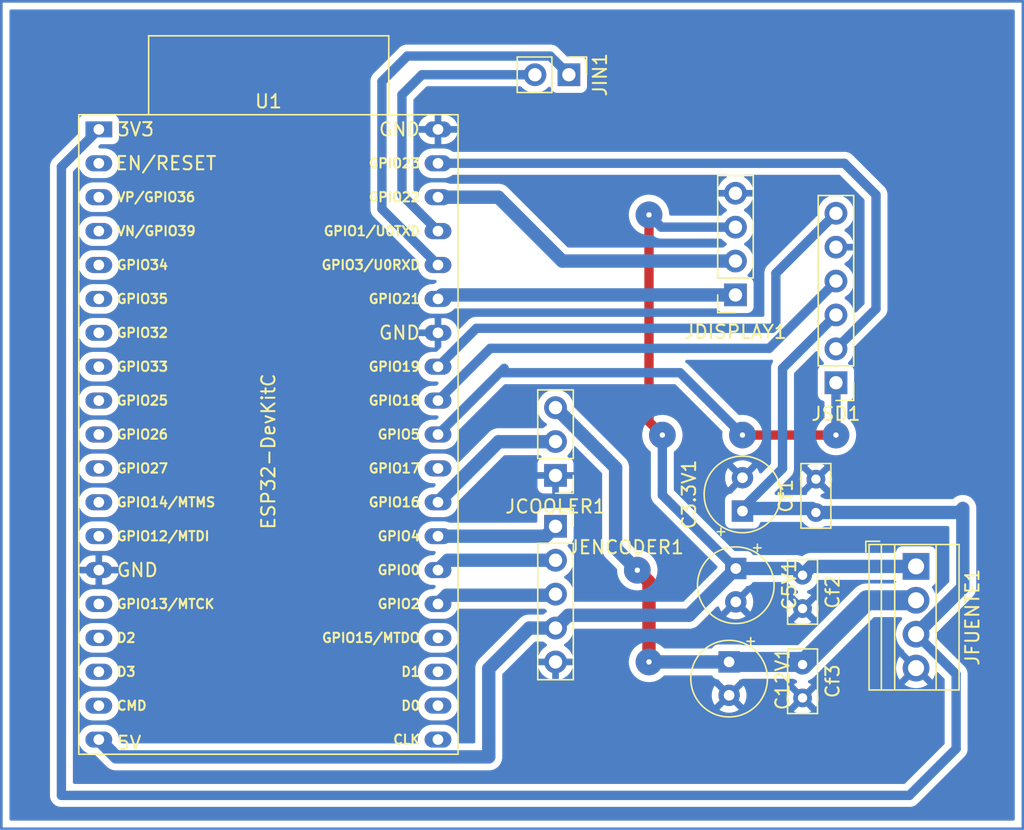
<source format=kicad_pcb>
(kicad_pcb (version 20240108) (generator "pcbnew") (generator_version "8.0")
  (layers (0 "F.Cu" signal) (31 "B.Cu" signal) (34 "B.Paste" user) (35 "F.Paste" user) (36 "B.SilkS" user "B.Silkscreen") (37 "F.SilkS" user "F.Silkscreen") (38 "B.Mask" user) (39 "F.Mask" user) (44 "Edge.Cuts" user))
  (net 0 "")
  (net 1 "GND")
  (net 2 "+5V")
  (net 3 "/SW")
  (net 4 "/OUTB")
  (net 5 "/OUTA")
  (net 6 "/GPIO25")
  (net 7 "/MISO")
  (net 8 "/MOSI")
  (net 9 "+3V3")
  (net 10 "/COOLER")
  (net 11 "/SD3")
  (net 12 "/RX")
  (net 13 "/SD1")
  (net 14 "/CMD")
  (net 15 "/GPIO32")
  (net 16 "/SD2")
  (net 17 "/SVN I{slash}O")
  (net 19 "/GPIO17")
  (net 20 "/SD0")
  (net 21 "/GPIO35 I{slash}O")
  (net 22 "/SCK")
  (net 23 "/GPIO13")
  (net 24 "/SVP I{slash}O")
  (net 25 "/SDCLK")
  (net 26 "/GPIO27")
  (net 27 "/TX")
  (net 28 "/GPIO26")
  (net 29 "/GPIO33")
  (net 30 "/SCL")
  (net 31 "/GPIO15")
  (net 32 "/GPIO34 I{slash}O")
  (net 33 "/GPIO14")
  (net 34 "/GPIO12")
  (net 35 "/SDA")
  (net 36 "/CS")
  (net 37 "+12V")
  (footprint "Capacitor_THT:CP_Radial_Tantal_D5.5mm_P2.50mm" (layer "F.Cu") (at 158.5 56.196369 90)
    (property "Reference" "C3.3V1" (at 1.25 -4 90) (layer "F.SilkS"))
    (property "Value" "10uF")
    (fp_line (start -1.547262 -1.89) (end -1.547262 -1.34) (stroke (width 0.12)) (layer "F.SilkS"))
    (fp_line (start -1.822262 -1.615) (end -1.272262 -1.615) (stroke (width 0.12)) (layer "F.SilkS"))
    (fp_circle (center 1.25 0) (end 4.12 0) (stroke (width 0.12)) (fill none) (layer "F.SilkS"))
    (pad "1" thru_hole rect (at 0 0 90) (size 1.6 1.6) (drill 0.8) (layers "*.Cu" "*.Mask") (net 9 "+3V3"))
    (pad "2" thru_hole circle (at 2.5 0 90) (size 1.6 1.6) (drill 0.8) (layers "*.Cu" "*.Mask") (net 1 "GND"))
  )
  (footprint "Connector_PinSocket_2.54mm:PinSocket_1x04_P2.54mm_Vertical" (layer "F.Cu") (at 157.975 40 180)
    (property "Reference" "JDISPLAY1" (at 0 -2.77 0) (layer "F.SilkS"))
    (property "Value" "Conn_01x04")
    (fp_line (start 1.33 1.27) (end 1.33 8.95) (stroke (width 0.12)) (layer "F.SilkS"))
    (fp_line (start 1.33 -1.33) (end 1.33 0) (stroke (width 0.12)) (layer "F.SilkS"))
    (fp_line (start 0 -1.33) (end 1.33 -1.33) (stroke (width 0.12)) (layer "F.SilkS"))
    (fp_line (start -1.33 8.95) (end 1.33 8.95) (stroke (width 0.12)) (layer "F.SilkS"))
    (fp_line (start -1.33 1.27) (end 1.33 1.27) (stroke (width 0.12)) (layer "F.SilkS"))
    (fp_line (start -1.33 1.27) (end -1.33 8.95) (stroke (width 0.12)) (layer "F.SilkS"))
    (pad "1" thru_hole rect (at 0 0 180) (size 1.7 1.7) (drill 1) (layers "*.Cu" "*.Mask") (net 35 "/SDA"))
    (pad "2" thru_hole oval (at 0 2.54 180) (size 1.7 1.7) (drill 1) (layers "*.Cu" "*.Mask") (net 30 "/SCL"))
    (pad "3" thru_hole oval (at 0 5.08 180) (size 1.7 1.7) (drill 1) (layers "*.Cu" "*.Mask") (net 2 "+5V"))
    (pad "4" thru_hole oval (at 0 7.62 180) (size 1.7 1.7) (drill 1) (layers "*.Cu" "*.Mask") (net 1 "GND"))
  )
  (footprint "Capacitor_THT:CP_Radial_Tantal_D5.5mm_P2.50mm" (layer "F.Cu") (at 157.5 67.5 -90)
    (property "Reference" "C12V1" (at 1.25 -4 90) (layer "F.SilkS"))
    (property "Value" "10uF")
    (fp_line (start -1.822262 -1.615) (end -1.272262 -1.615) (stroke (width 0.12)) (layer "F.SilkS"))
    (fp_line (start -1.547262 -1.89) (end -1.547262 -1.34) (stroke (width 0.12)) (layer "F.SilkS"))
    (fp_circle (center 1.25 0) (end 4.12 0) (stroke (width 0.12)) (fill none) (layer "F.SilkS"))
    (pad "1" thru_hole rect (at 0 0 270) (size 1.6 1.6) (drill 0.8) (layers "*.Cu" "*.Mask") (net 37 "+12V"))
    (pad "2" thru_hole circle (at 2.5 0 270) (size 1.6 1.6) (drill 0.8) (layers "*.Cu" "*.Mask") (net 1 "GND"))
  )
  (footprint "TerminalBlock:TerminalBlock_Xinya_XY308-2.54-4P_1x04_P2.54mm_Horizontal" (layer "F.Cu") (at 171.5 60.34 -90)
    (property "Reference" "JFUENTE1" (at 3.81 -4.22 -90) (layer "F.SilkS"))
    (property "Value" "Conn_01x04")
    (fp_line (start -1.88 3.76) (end -1.08 3.76) (stroke (width 0.12)) (layer "F.SilkS"))
    (fp_line (start -1.64 3.52) (end 9.26 3.52) (stroke (width 0.12)) (layer "F.SilkS"))
    (fp_line (start -1.88 2.72) (end -1.88 3.76) (stroke (width 0.12)) (layer "F.SilkS"))
    (fp_line (start -1.64 2.6) (end 9.26 2.6) (stroke (width 0.12)) (layer "F.SilkS"))
    (fp_line (start -1.64 1.6) (end 9.26 1.6) (stroke (width 0.12)) (layer "F.SilkS"))
    (fp_line (start -1.64 -1.501) (end 9.26 -1.501) (stroke (width 0.12)) (layer "F.SilkS"))
    (fp_line (start -1.64 -3.22) (end -1.64 3.52) (stroke (width 0.12)) (layer "F.SilkS"))
    (fp_line (start -1.64 -3.22) (end 9.26 -3.22) (stroke (width 0.12)) (layer "F.SilkS"))
    (fp_line (start 9.26 -3.22) (end 9.26 3.52) (stroke (width 0.12)) (layer "F.SilkS"))
    (pad "1" thru_hole rect (at 0 0 270) (size 2 2) (drill 1.2) (layers "*.Cu" "*.Mask") (net 2 "+5V"))
    (pad "2" thru_hole circle (at 2.54 0 270) (size 2 2) (drill 1.2) (layers "*.Cu" "*.Mask") (net 37 "+12V"))
    (pad "3" thru_hole circle (at 5.08 0 270) (size 2 2) (drill 1.2) (layers "*.Cu" "*.Mask") (net 9 "+3V3"))
    (pad "4" thru_hole circle (at 7.62 0 270) (size 2 2) (drill 1.2) (layers "*.Cu" "*.Mask") (net 1 "GND"))
  )
  (footprint "Capacitor_THT:CP_Radial_Tantal_D5.5mm_P2.50mm" (layer "F.Cu") (at 158 60.5 -90)
    (property "Reference" "C5V1" (at 1.25 -4 90) (layer "F.SilkS"))
    (property "Value" "10uF")
    (fp_line (start -1.822262 -1.615) (end -1.272262 -1.615) (stroke (width 0.12)) (layer "F.SilkS"))
    (fp_line (start -1.547262 -1.89) (end -1.547262 -1.34) (stroke (width 0.12)) (layer "F.SilkS"))
    (fp_circle (center 1.25 0) (end 4.12 0) (stroke (width 0.12)) (fill none) (layer "F.SilkS"))
    (pad "1" thru_hole rect (at 0 0 270) (size 1.6 1.6) (drill 0.8) (layers "*.Cu" "*.Mask") (net 2 "+5V"))
    (pad "2" thru_hole circle (at 2.5 0 270) (size 1.6 1.6) (drill 0.8) (layers "*.Cu" "*.Mask") (net 1 "GND"))
  )
  (footprint "Connector_PinHeader_2.54mm:PinHeader_1x02_P2.54mm_Vertical" (layer "F.Cu") (at 145.5 23.5 -90)
    (property "Reference" "JIN1" (at 0 -2.33 90) (layer "F.SilkS"))
    (property "Value" "Conn_01x02")
    (fp_line (start -1.33 3.87) (end 1.33 3.87) (stroke (width 0.12)) (layer "F.SilkS"))
    (fp_line (start -1.33 1.27) (end -1.33 3.87) (stroke (width 0.12)) (layer "F.SilkS"))
    (fp_line (start -1.33 1.27) (end 1.33 1.27) (stroke (width 0.12)) (layer "F.SilkS"))
    (fp_line (start 1.33 1.27) (end 1.33 3.87) (stroke (width 0.12)) (layer "F.SilkS"))
    (fp_line (start -1.33 0) (end -1.33 -1.33) (stroke (width 0.12)) (layer "F.SilkS"))
    (fp_line (start -1.33 -1.33) (end 0 -1.33) (stroke (width 0.12)) (layer "F.SilkS"))
    (pad "1" thru_hole rect (at 0 0 270) (size 1.7 1.7) (drill 1) (layers "*.Cu" "*.Mask") (net 12 "/RX"))
    (pad "2" thru_hole oval (at 0 2.54 270) (size 1.7 1.7) (drill 1) (layers "*.Cu" "*.Mask") (net 27 "/TX"))
  )
  (footprint "Capacitor_THT:C_Rect_L4.6mm_W2.0mm_P2.50mm_MKS02_FKP02" (layer "F.Cu") (at 163 61 -90)
    (property "Reference" "Cf2" (at 1.25 -2.25 90) (layer "F.SilkS"))
    (property "Value" "10nF")
    (fp_line (start -1.17 1.12) (end 3.67 1.12) (stroke (width 0.12)) (layer "F.SilkS"))
    (fp_line (start -1.17 -1.12) (end -1.17 1.12) (stroke (width 0.12)) (layer "F.SilkS"))
    (fp_line (start -1.17 -1.12) (end 3.67 -1.12) (stroke (width 0.12)) (layer "F.SilkS"))
    (fp_line (start 3.67 -1.12) (end 3.67 1.12) (stroke (width 0.12)) (layer "F.SilkS"))
    (pad "1" thru_hole circle (at 0 0 270) (size 1.4 1.4) (drill 0.7) (layers "*.Cu" "*.Mask") (net 2 "+5V"))
    (pad "2" thru_hole circle (at 2.5 0 270) (size 1.4 1.4) (drill 0.7) (layers "*.Cu" "*.Mask") (net 1 "GND"))
  )
  (footprint "Connector_PinSocket_2.54mm:PinSocket_1x05_P2.54mm_Vertical" (layer "F.Cu") (at 144.5 57.34)
    (property "Reference" "JENCODER1" (at 5.3 1.57 0) (layer "F.SilkS"))
    (property "Value" "Conn_01x05")
    (fp_line (start -1.33 1.27) (end -1.33 11.49) (stroke (width 0.12)) (layer "F.SilkS"))
    (fp_line (start -1.33 1.27) (end 1.33 1.27) (stroke (width 0.12)) (layer "F.SilkS"))
    (fp_line (start -1.33 11.49) (end 1.33 11.49) (stroke (width 0.12)) (layer "F.SilkS"))
    (fp_line (start 0 -1.33) (end 1.33 -1.33) (stroke (width 0.12)) (layer "F.SilkS"))
    (fp_line (start 1.33 -1.33) (end 1.33 0) (stroke (width 0.12)) (layer "F.SilkS"))
    (fp_line (start 1.33 1.27) (end 1.33 11.49) (stroke (width 0.12)) (layer "F.SilkS"))
    (pad "1" thru_hole rect (at 0 0) (size 1.7 1.7) (drill 1) (layers "*.Cu" "*.Mask") (net 4 "/OUTB"))
    (pad "2" thru_hole oval (at 0 2.54) (size 1.7 1.7) (drill 1) (layers "*.Cu" "*.Mask") (net 5 "/OUTA"))
    (pad "3" thru_hole oval (at 0 5.08) (size 1.7 1.7) (drill 1) (layers "*.Cu" "*.Mask") (net 3 "/SW"))
    (pad "4" thru_hole oval (at 0 7.62) (size 1.7 1.7) (drill 1) (layers "*.Cu" "*.Mask") (net 2 "+5V"))
    (pad "5" thru_hole oval (at 0 10.16) (size 1.7 1.7) (drill 1) (layers "*.Cu" "*.Mask") (net 1 "GND"))
  )
  (footprint "Connector_PinHeader_2.54mm:PinHeader_1x06_P2.54mm_Vertical" (layer "F.Cu") (at 165.5 46.58 180)
    (property "Reference" "JSD1" (at 0 -2.33 0) (layer "F.SilkS"))
    (property "Value" "Conn_01x06")
    (fp_line (start 1.33 1.27) (end 1.33 14.03) (stroke (width 0.12)) (layer "F.SilkS"))
    (fp_line (start -1.33 14.03) (end 1.33 14.03) (stroke (width 0.12)) (layer "F.SilkS"))
    (fp_line (start -1.33 1.27) (end 1.33 1.27) (stroke (width 0.12)) (layer "F.SilkS"))
    (fp_line (start -1.33 1.27) (end -1.33 14.03) (stroke (width 0.12)) (layer "F.SilkS"))
    (fp_line (start -1.33 0) (end -1.33 -1.33) (stroke (width 0.12)) (layer "F.SilkS"))
    (fp_line (start -1.33 -1.33) (end 0 -1.33) (stroke (width 0.12)) (layer "F.SilkS"))
    (pad "1" thru_hole rect (at 0 0 180) (size 1.7 1.7) (drill 1) (layers "*.Cu" "*.Mask") (net 36 "/CS"))
    (pad "2" thru_hole oval (at 0 2.54 180) (size 1.7 1.7) (drill 1) (layers "*.Cu" "*.Mask") (net 8 "/MOSI"))
    (pad "3" thru_hole oval (at 0 5.08 180) (size 1.7 1.7) (drill 1) (layers "*.Cu" "*.Mask") (net 9 "+3V3"))
    (pad "4" thru_hole oval (at 0 7.62 180) (size 1.7 1.7) (drill 1) (layers "*.Cu" "*.Mask") (net 22 "/SCK"))
    (pad "5" thru_hole oval (at 0 10.16 180) (size 1.7 1.7) (drill 1) (layers "*.Cu" "*.Mask") (net 1 "GND"))
    (pad "6" thru_hole oval (at 0 12.7 180) (size 1.7 1.7) (drill 1) (layers "*.Cu" "*.Mask") (net 7 "/MISO"))
  )
  (footprint "Connector_PinHeader_2.54mm:PinHeader_1x03_P2.54mm_Vertical" (layer "F.Cu") (at 144.5 53.525 180)
    (property "Reference" "JCOOLER1" (at 0 -2.33 0) (layer "F.SilkS"))
    (property "Value" "Conn_01x03")
    (fp_line (start 1.33 1.27) (end 1.33 6.41) (stroke (width 0.12)) (layer "F.SilkS"))
    (fp_line (start -1.33 6.41) (end 1.33 6.41) (stroke (width 0.12)) (layer "F.SilkS"))
    (fp_line (start -1.33 1.27) (end 1.33 1.27) (stroke (width 0.12)) (layer "F.SilkS"))
    (fp_line (start -1.33 1.27) (end -1.33 6.41) (stroke (width 0.12)) (layer "F.SilkS"))
    (fp_line (start -1.33 0) (end -1.33 -1.33) (stroke (width 0.12)) (layer "F.SilkS"))
    (fp_line (start -1.33 -1.33) (end 0 -1.33) (stroke (width 0.12)) (layer "F.SilkS"))
    (pad "1" thru_hole rect (at 0 0 180) (size 1.7 1.7) (drill 1) (layers "*.Cu" "*.Mask") (net 1 "GND"))
    (pad "2" thru_hole oval (at 0 2.54 180) (size 1.7 1.7) (drill 1) (layers "*.Cu" "*.Mask") (net 10 "/COOLER"))
    (pad "3" thru_hole oval (at 0 5.08 180) (size 1.7 1.7) (drill 1) (layers "*.Cu" "*.Mask") (net 37 "+12V"))
  )
  (footprint "Capacitor_THT:C_Rect_L4.6mm_W2.0mm_P2.50mm_MKS02_FKP02" (layer "F.Cu") (at 164 56.303631 90)
    (property "Reference" "Cf1" (at 1.25 -2.25 90) (layer "F.SilkS"))
    (property "Value" "10nF")
    (fp_line (start 3.67 -1.12) (end 3.67 1.12) (stroke (width 0.12)) (layer "F.SilkS"))
    (fp_line (start -1.17 -1.12) (end 3.67 -1.12) (stroke (width 0.12)) (layer "F.SilkS"))
    (fp_line (start -1.17 -1.12) (end -1.17 1.12) (stroke (width 0.12)) (layer "F.SilkS"))
    (fp_line (start -1.17 1.12) (end 3.67 1.12) (stroke (width 0.12)) (layer "F.SilkS"))
    (pad "1" thru_hole circle (at 0 0 90) (size 1.4 1.4) (drill 0.7) (layers "*.Cu" "*.Mask") (net 9 "+3V3"))
    (pad "2" thru_hole circle (at 2.5 0 90) (size 1.4 1.4) (drill 0.7) (layers "*.Cu" "*.Mask") (net 1 "GND"))
  )
  (footprint "PCM_Espressif:ESP32-DevKitC" (layer "F.Cu") (at 110.3 27.59656)
    (property "Reference" "U1" (at 12.7 -2.1 0) (layer "F.SilkS"))
    (property "Value" "ESP32-DevKitC" (at 12.7 24.13 90) (layer "F.SilkS"))
    (fp_line (start -1.5 46.82) (end 26.899999 46.82) (stroke (width 0.12)) (layer "F.SilkS"))
    (fp_line (start -1.499999 -1.1) (end -1.5 46.82) (stroke (width 0.12)) (layer "F.SilkS"))
    (fp_line (start 3.73012 -7.01312) (end 21.71332 -7.01312) (stroke (width 0.12)) (layer "F.SilkS"))
    (fp_line (start 3.73012 -1.12032) (end 3.73012 -7.01312) (stroke (width 0.12)) (layer "F.SilkS"))
    (fp_line (start 21.71332 -7.01312) (end 21.71332 -1.12032) (stroke (width 0.12)) (layer "F.SilkS"))
    (fp_line (start 26.899999 46.82) (end 26.9 -1.1) (stroke (width 0.12)) (layer "F.SilkS"))
    (fp_line (start 26.9 -1.1) (end -1.499999 -1.1) (stroke (width 0.12)) (layer "F.SilkS"))
    (fp_text user "D1" (at 24.13 40.64 0) (layer "F.SilkS") (effects (font (size 0.7 0.7)) (justify right)))
    (fp_text user "GPIO15/MTDO" (at 24.13 38.1 0) (layer "F.SilkS") (effects (font (size 0.7 0.7)) (justify right)))
    (fp_text user "D3" (at 1.27 40.64 0) (layer "F.SilkS") (effects (font (size 0.7 0.7)) (justify left)))
    (fp_text user "GPIO17" (at 24.13 25.4 0) (layer "F.SilkS") (effects (font (size 0.7 0.7)) (justify right)))
    (fp_text user "GPIO23" (at 24.13 2.54 0) (layer "F.SilkS") (effects (font (size 0.7 0.7)) (justify right)))
    (fp_text user "GPIO22" (at 24.13 5.08 0) (layer "F.SilkS") (effects (font (size 0.7 0.7)) (justify right)))
    (fp_text user "GPIO26" (at 1.27 22.86 0) (layer "F.SilkS") (effects (font (size 0.7 0.7)) (justify left)))
    (fp_text user "GPIO25" (at 1.27 20.32 0) (layer "F.SilkS") (effects (font (size 0.7 0.7)) (justify left)))
    (fp_text user "GND" (at 1.27 33.02 0) (layer "F.SilkS") (effects (justify left)))
    (fp_text user "GND" (at 24.13 15.24 0) (layer "F.SilkS") (effects (justify right)))
    (fp_text user "GPIO5" (at 24.13 22.86 0) (layer "F.SilkS") (effects (font (size 0.7 0.7)) (justify right)))
    (fp_text user "GPIO16" (at 24.13 27.94 0) (layer "F.SilkS") (effects (font (size 0.7 0.7)) (justify right)))
    (fp_text user "CMD" (at 1.27 43.18 0) (layer "F.SilkS") (effects (font (size 0.7 0.7)) (justify left)))
    (fp_text user "VP/GPIO36" (at 1.27 5.08 0) (layer "F.SilkS") (effects (font (size 0.7 0.7)) (justify left)))
    (fp_text user "GPIO21" (at 24.13 12.7 0) (layer "F.SilkS") (effects (font (size 0.7 0.7)) (justify right)))
    (fp_text user "GPIO12/MTDI" (at 1.27 30.48 0) (layer "F.SilkS") (effects (font (size 0.7 0.7)) (justify left)))
    (fp_text user "GPIO33" (at 1.27 17.78 0) (layer "F.SilkS") (effects (font (size 0.7 0.7)) (justify left)))
    (fp_text user "GPIO14/MTMS" (at 1.27 27.94 0) (layer "F.SilkS") (effects (font (size 0.7 0.7)) (justify left)))
    (fp_text user "GPIO2" (at 24.13 35.56 0) (layer "F.SilkS") (effects (font (size 0.7 0.7)) (justify right)))
    (fp_text user "5V" (at 1.26632 45.97128 0) (layer "F.SilkS") (effects (justify left)))
    (fp_text user "GND" (at 24.13 0 0) (layer "F.SilkS") (effects (justify right)))
    (fp_text user "GPIO4" (at 24.13 30.48 0) (layer "F.SilkS") (effects (font (size 0.7 0.7)) (justify right)))
    (fp_text user "GPIO18" (at 24.13 20.32 0) (layer "F.SilkS") (effects (font (size 0.7 0.7)) (justify right)))
    (fp_text user "GPIO32" (at 1.27 15.24 0) (layer "F.SilkS") (effects (font (size 0.7 0.7)) (justify left)))
    (fp_text user "GPIO0" (at 24.13 33.02 0) (layer "F.SilkS") (effects (font (size 0.7 0.7)) (justify right)))
    (fp_text user "EN/RESET" (at 8.88632 2.53728 0) (layer "F.SilkS") (effects (justify right)))
    (fp_text user "VN/GPIO39" (at 1.27 7.62 0) (layer "F.SilkS") (effects (font (size 0.7 0.7)) (justify left)))
    (fp_text user "3V3" (at 1.27 0 0) (layer "F.SilkS") (effects (justify left)))
    (fp_text user "GPIO1/U0TXD" (at 24.13 7.62 0) (layer "F.SilkS") (effects (font (size 0.7 0.7)) (justify right)))
    (fp_text user "GPIO35" (at 1.27 12.7 0) (layer "F.SilkS") (effects (font (size 0.7 0.7)) (justify left)))
    (fp_text user "GPIO13/MTCK" (at 1.27 35.56 0) (layer "F.SilkS") (effects (font (size 0.7 0.7)) (justify left)))
    (fp_text user "CLK" (at 24.13 45.72 0) (layer "F.SilkS") (effects (font (size 0.7 0.7)) (justify right)))
    (fp_text user "GPIO34" (at 1.27 10.16 0) (layer "F.SilkS") (effects (font (size 0.7 0.7)) (justify left)))
    (fp_text user "D2" (at 1.27 38.1 0) (layer "F.SilkS") (effects (font (size 0.7 0.7)) (justify left)))
    (fp_text user "GPIO3/U0RXD" (at 24.13 10.16 0) (layer "F.SilkS") (effects (font (size 0.7 0.7)) (justify right)))
    (fp_text user "GPIO27" (at 1.27 25.4 0) (layer "F.SilkS") (effects (font (size 0.7 0.7)) (justify left)))
    (fp_text user "D0" (at 24.13 43.18 0) (layer "F.SilkS") (effects (font (size 0.7 0.7)) (justify right)))
    (fp_text user "GPIO19" (at 24.13 17.78 0) (layer "F.SilkS") (effects (font (size 0.7 0.7)) (justify right)))
    (pad "1" thru_hole rect (at 0 0 270) (size 1.2 2) (drill 0.8) (layers "*.Cu" "*.Mask") (net 9 "+3V3"))
    (pad "2" thru_hole oval (at 0 2.54 270) (size 1.2 2) (drill 0.8) (layers "*.Cu" "*.Mask"))
    (pad "3" thru_hole oval (at 0 5.08 270) (size 1.2 2) (drill 0.8) (layers "*.Cu" "*.Mask") (net 24 "/SVP I{slash}O"))
    (pad "4" thru_hole oval (at 0 7.62 270) (size 1.2 2) (drill 0.8) (layers "*.Cu" "*.Mask") (net 17 "/SVN I{slash}O"))
    (pad "5" thru_hole oval (at 0 10.16 270) (size 1.2 2) (drill 0.8) (layers "*.Cu" "*.Mask") (net 32 "/GPIO34 I{slash}O"))
    (pad "6" thru_hole oval (at 0 12.7 270) (size 1.2 2) (drill 0.8) (layers "*.Cu" "*.Mask") (net 21 "/GPIO35 I{slash}O"))
    (pad "7" thru_hole oval (at 0 15.24 270) (size 1.2 2) (drill 0.8) (layers "*.Cu" "*.Mask") (net 15 "/GPIO32"))
    (pad "8" thru_hole oval (at 0 17.78 270) (size 1.2 2) (drill 0.8) (layers "*.Cu" "*.Mask") (net 29 "/GPIO33"))
    (pad "9" thru_hole oval (at 0 20.32 270) (size 1.2 2) (drill 0.8) (layers "*.Cu" "*.Mask") (net 6 "/GPIO25"))
    (pad "10" thru_hole oval (at 0 22.86 270) (size 1.2 2) (drill 0.8) (layers "*.Cu" "*.Mask") (net 28 "/GPIO26"))
    (pad "11" thru_hole oval (at 0 25.4 270) (size 1.2 2) (drill 0.8) (layers "*.Cu" "*.Mask") (net 26 "/GPIO27"))
    (pad "12" thru_hole oval (at 0 27.94 270) (size 1.2 2) (drill 0.8) (layers "*.Cu" "*.Mask") (net 33 "/GPIO14"))
    (pad "13" thru_hole oval (at 0 30.48 270) (size 1.2 2) (drill 0.8) (layers "*.Cu" "*.Mask") (net 34 "/GPIO12"))
    (pad "14" thru_hole oval (at 0 33.02 270) (size 1.2 2) (drill 0.8) (layers "*.Cu" "*.Mask") (net 1 "GND"))
    (pad "15" thru_hole oval (at 0 35.56 270) (size 1.2 2) (drill 0.8) (layers "*.Cu" "*.Mask") (net 23 "/GPIO13"))
    (pad "16" thru_hole oval (at 0 38.1 270) (size 1.2 2) (drill 0.8) (layers "*.Cu" "*.Mask") (net 16 "/SD2"))
    (pad "17" thru_hole oval (at 0 40.64 270) (size 1.2 2) (drill 0.8) (layers "*.Cu" "*.Mask") (net 11 "/SD3"))
    (pad "18" thru_hole oval (at 0 43.18 270) (size 1.2 2) (drill 0.8) (layers "*.Cu" "*.Mask") (net 14 "/CMD"))
    (pad "19" thru_hole oval (at 0 45.72 270) (size 1.2 2) (drill 0.8) (layers "*.Cu" "*.Mask") (net 2 "+5V"))
    (pad "20" thru_hole oval (at 25.39632 45.71728 270) (size 1.2 2) (drill 0.8) (layers "*.Cu" "*.Mask") (net 25 "/SDCLK"))
    (pad "21" thru_hole oval (at 25.39632 43.17728 270) (size 1.2 2) (drill 0.8) (layers "*.Cu" "*.Mask") (net 20 "/SD0"))
    (pad "22" thru_hole oval (at 25.4 40.64 270) (size 1.2 2) (drill 0.8) (layers "*.Cu" "*.Mask") (net 13 "/SD1"))
    (pad "23" thru_hole oval (at 25.4 38.1 270) (size 1.2 2) (drill 0.8) (layers "*.Cu" "*.Mask") (net 31 "/GPIO15"))
    (pad "24" thru_hole oval (at 25.4 35.56 270) (size 1.2 2) (drill 0.8) (layers "*.Cu" "*.Mask") (net 3 "/SW"))
    (pad "25" thru_hole oval (at 25.4 33.02 270) (size 1.2 2) (drill 0.8) (layers "*.Cu" "*.Mask") (net 5 "/OUTA"))
    (pad "26" thru_hole oval (at 25.4 30.48 270) (size 1.2 2) (drill 0.8) (layers "*.Cu" "*.Mask") (net 4 "/OUTB"))
    (pad "27" thru_hole oval (at 25.4 27.94 270) (size 1.2 2) (drill 0.8) (layers "*.Cu" "*.Mask") (net 10 "/COOLER"))
    (pad "28" thru_hole oval (at 25.4 25.4 270) (size 1.2 2) (drill 0.8) (layers "*.Cu" "*.Mask") (net 19 "/GPIO17"))
    (pad "29" thru_hole oval (at 25.4 22.86 270) (size 1.2 2) (drill 0.8) (layers "*.Cu" "*.Mask") (net 36 "/CS"))
    (pad "30" thru_hole oval (at 25.4 20.32 270) (size 1.2 2) (drill 0.8) (layers "*.Cu" "*.Mask") (net 22 "/SCK"))
    (pad "31" thru_hole oval (at 25.4 17.78 270) (size 1.2 2) (drill 0.8) (layers "*.Cu" "*.Mask") (net 7 "/MISO"))
    (pad "32" thru_hole oval (at 25.4 15.24 270) (size 1.2 2) (drill 0.8) (layers "*.Cu" "*.Mask") (net 1 "GND"))
    (pad "33" thru_hole oval (at 25.4 12.7 270) (size 1.2 2) (drill 0.8) (layers "*.Cu" "*.Mask") (net 35 "/SDA"))
    (pad "34" thru_hole oval (at 25.4 10.16 270) (size 1.2 2) (drill 0.8) (layers "*.Cu" "*.Mask") (net 12 "/RX"))
    (pad "35" thru_hole oval (at 25.4 7.62 270) (size 1.2 2) (drill 0.8) (layers "*.Cu" "*.Mask") (net 27 "/TX"))
    (pad "36" thru_hole oval (at 25.4 5.08 270) (size 1.2 2) (drill 0.8) (layers "*.Cu" "*.Mask") (net 30 "/SCL"))
    (pad "37" thru_hole oval (at 25.4 2.54 270) (size 1.2 2) (drill 0.8) (layers "*.Cu" "*.Mask") (net 8 "/MOSI"))
    (pad "38" thru_hole oval (at 25.4 0 270) (size 1.2 2) (drill 0.8) (layers "*.Cu" "*.Mask") (net 1 "GND"))
  )
  (footprint "Capacitor_THT:C_Rect_L4.6mm_W2.0mm_P2.50mm_MKS02_FKP02" (layer "F.Cu") (at 163 67.696369 -90)
    (property "Reference" "Cf3" (at 1.25 -2.25 90) (layer "F.SilkS"))
    (property "Value" "10nF")
    (fp_line (start -1.17 1.12) (end 3.67 1.12) (stroke (width 0.12)) (layer "F.SilkS"))
    (fp_line (start -1.17 -1.12) (end -1.17 1.12) (stroke (width 0.12)) (layer "F.SilkS"))
    (fp_line (start -1.17 -1.12) (end 3.67 -1.12) (stroke (width 0.12)) (layer "F.SilkS"))
    (fp_line (start 3.67 -1.12) (end 3.67 1.12) (stroke (width 0.12)) (layer "F.SilkS"))
    (pad "1" thru_hole circle (at 0 0 270) (size 1.4 1.4) (drill 0.7) (layers "*.Cu" "*.Mask") (net 37 "+12V"))
    (pad "2" thru_hole circle (at 2.5 0 270) (size 1.4 1.4) (drill 0.7) (layers "*.Cu" "*.Mask") (net 1 "GND"))
  )
  (gr_rect (start 103 18) (end 179.5 80) (stroke (width 0.2)) (fill none) (layer "B.Cu"))
  (segment (start 152.5 50.5) (end 151.5 49.5) (width 0.7) (layer "F.Cu") (net 2))
  (segment (start 151.5 49.5) (end 151.5 34) (width 0.7) (layer "F.Cu") (net 2))
  (via (at 151.5 34) (size 2) (drill 0.4) (layers "F.Cu" "B.Cu") (net 2))
  (via (at 152.5 50.5) (size 2) (drill 0.4) (layers "F.Cu" "B.Cu") (net 2))
  (segment (start 152.5 50.5) (end 152.5 55) (width 0.7) (layer "B.Cu") (net 2))
  (segment (start 163.66 60.34) (end 163 61) (width 1) (layer "B.Cu") (net 2))
  (segment (start 158 60.5) (end 154.5 64) (width 1) (layer "B.Cu") (net 2))
  (segment (start 154.5 64) (end 145.46 64) (width 1) (layer "B.Cu") (net 2))
  (segment (start 110.3 73.31656) (end 111.59728 74.61384) (width 1) (layer "B.Cu") (net 2))
  (segment (start 152.5 55) (end 158 60.5) (width 0.7) (layer "B.Cu") (net 2))
  (segment (start 142.54 64.96) (end 144.5 64.96) (width 1) (layer "B.Cu") (net 2))
  (segment (start 158 60.5) (end 162.5 60.5) (width 1) (layer "B.Cu") (net 2))
  (segment (start 162.5 60.5) (end 163 61) (width 1) (layer "B.Cu") (net 2))
  (segment (start 111.59728 74.61384) (end 139.5 74.61384) (width 1) (layer "B.Cu") (net 2))
  (segment (start 157.975 34.92) (end 152.42 34.92) (width 0.7) (layer "B.Cu") (net 2))
  (segment (start 171.5 60.34) (end 163.66 60.34) (width 1) (layer "B.Cu") (net 2))
  (segment (start 145.46 64) (end 144.5 64.96) (width 1) (layer "B.Cu") (net 2))
  (segment (start 139.5 68) (end 142.54 64.96) (width 1) (layer "B.Cu") (net 2))
  (segment (start 152.42 34.92) (end 151.5 34) (width 0.7) (layer "B.Cu") (net 2))
  (segment (start 139.5 74.61384) (end 139.5 68) (width 1) (layer "B.Cu") (net 2))
  (segment (start 136.35656 62.5) (end 144.42 62.5) (width 1) (layer "B.Cu") (net 3))
  (segment (start 144.42 62.5) (end 144.5 62.42) (width 1) (layer "B.Cu") (net 3))
  (segment (start 135.7 63.15656) (end 136.35656 62.5) (width 1) (layer "B.Cu") (net 3))
  (segment (start 143.76344 58.07656) (end 144.5 57.34) (width 1) (layer "B.Cu") (net 4))
  (segment (start 135.7 58.07656) (end 143.76344 58.07656) (width 1) (layer "B.Cu") (net 4))
  (segment (start 144.5 59.88) (end 136.43656 59.88) (width 1) (layer "B.Cu") (net 5))
  (segment (start 136.43656 59.88) (end 135.7 60.61656) (width 1) (layer "B.Cu") (net 5))
  (segment (start 135.7 45.37656) (end 138.57656 42.5) (width 0.7) (layer "B.Cu") (net 7))
  (segment (start 160.727208 42.5) (end 161 42.227208) (width 0.7) (layer "B.Cu") (net 7))
  (segment (start 161 42.227208) (end 161 38.38) (width 0.7) (layer "B.Cu") (net 7))
  (segment (start 161 38.38) (end 165.5 33.88) (width 0.7) (layer "B.Cu") (net 7))
  (segment (start 138.57656 42.5) (end 160.727208 42.5) (width 0.7) (layer "B.Cu") (net 7))
  (segment (start 168.5 32.5) (end 166.13656 30.13656) (width 0.7) (layer "B.Cu") (net 8))
  (segment (start 168.5 41.04) (end 168.5 32.5) (width 0.7) (layer "B.Cu") (net 8))
  (segment (start 165.5 44.04) (end 168.5 41.04) (width 0.7) (layer "B.Cu") (net 8))
  (segment (start 166.13656 30.13656) (end 135.7 30.13656) (width 0.7) (layer "B.Cu") (net 8))
  (segment (start 174.5 68.42) (end 174.5 74) (width 0.7) (layer "B.Cu") (net 9))
  (segment (start 161.5 45.5) (end 165.5 41.5) (width 0.7) (layer "B.Cu") (net 9))
  (segment (start 164 56.303631) (end 174.696369 56.303631) (width 1) (layer "B.Cu") (net 9))
  (segment (start 163.696369 56) (end 164 56.303631) (width 1) (layer "B.Cu") (net 9))
  (segment (start 171 77.5) (end 107.5 77.5) (width 0.7) (layer "B.Cu") (net 9))
  (segment (start 171.5 65.42) (end 174.5 68.42) (width 0.7) (layer "B.Cu") (net 9))
  (segment (start 174.5 74) (end 171 77.5) (width 0.7) (layer "B.Cu") (net 9))
  (segment (start 175 61.92) (end 175 56) (width 1) (layer "B.Cu") (net 9))
  (segment (start 158.5 56) (end 163.696369 56) (width 1) (layer "B.Cu") (net 9))
  (segment (start 171.5 65.42) (end 175 61.92) (width 1) (layer "B.Cu") (net 9))
  (segment (start 107.5 77.5) (end 107.5 30.39656) (width 0.7) (layer "B.Cu") (net 9))
  (segment (start 161.5 53) (end 161.5 45.5) (width 0.7) (layer "B.Cu") (net 9))
  (segment (start 174.696369 56.303631) (end 175 56) (width 1) (layer "B.Cu") (net 9))
  (segment (start 107.5 30.39656) (end 110.3 27.59656) (width 0.7) (layer "B.Cu") (net 9))
  (segment (start 158.5 56) (end 161.5 53) (width 0.7) (layer "B.Cu") (net 9))
  (segment (start 140.23656 51) (end 144.485 51) (width 1) (layer "B.Cu") (net 10))
  (segment (start 135.7 55.53656) (end 140.23656 51) (width 1) (layer "B.Cu") (net 10))
  (segment (start 135.7 37.75656) (end 131.5 33.55656) (width 0.7) (layer "B.Cu") (net 12))
  (segment (start 144.1 22.1) (end 145.5 23.5) (width 0.7) (layer "B.Cu") (net 12))
  (segment (start 131.5 24) (end 133.4 22.1) (width 0.7) (layer "B.Cu") (net 12))
  (segment (start 133.4 22.1) (end 144.1 22.1) (width 0.7) (layer "B.Cu") (net 12))
  (segment (start 131.5 33.55656) (end 131.5 24) (width 0.7) (layer "B.Cu") (net 12))
  (segment (start 160.5 44) (end 139.61656 44) (width 0.7) (layer "B.Cu") (net 22))
  (segment (start 165.5 39) (end 160.5 44) (width 0.7) (layer "B.Cu") (net 22))
  (segment (start 139.61656 44) (end 135.7 47.91656) (width 0.7) (layer "B.Cu") (net 22))
  (segment (start 165.5 38.96) (end 165.5 39) (width 0.7) (layer "B.Cu") (net 22))
  (segment (start 135.7 35.21656) (end 133 32.51656) (width 0.7) (layer "B.Cu") (net 27))
  (segment (start 134.5 23.5) (end 142.96 23.5) (width 0.7) (layer "B.Cu") (net 27))
  (segment (start 133 32.51656) (end 133 25) (width 0.7) (layer "B.Cu") (net 27))
  (segment (start 133 25) (end 134.5 23.5) (width 0.7) (layer "B.Cu") (net 27))
  (segment (start 145 37.46) (end 140.21656 32.67656) (width 1) (layer "B.Cu") (net 30))
  (segment (start 157.975 37.46) (end 145 37.46) (width 1) (layer "B.Cu") (net 30))
  (segment (start 135.7 32.67656) (end 140.21656 32.67656) (width 1) (layer "B.Cu") (net 30))
  (segment (start 135.99656 40) (end 135.7 40.29656) (width 1) (layer "B.Cu") (net 35))
  (segment (start 157.975 40) (end 135.99656 40) (width 1) (layer "B.Cu") (net 35))
  (segment (start 165.5 50.5) (end 158.5 50.5) (width 0.7) (layer "F.Cu") (net 36))
  (via (at 165.5 50.5) (size 2) (drill 0.4) (layers "F.Cu" "B.Cu") (net 36))
  (via (at 158.5 50.5) (size 2) (drill 0.4) (layers "F.Cu" "B.Cu") (net 36))
  (segment (start 165.5 46.58) (end 165.5 50.5) (width 0.7) (layer "B.Cu") (net 36))
  (segment (start 158.5 50.5) (end 153.82828 45.82828) (width 0.7) (layer "B.Cu") (net 36))
  (segment (start 140.32828 45.82828) (end 140.65656 45.5) (width 0.7) (layer "B.Cu") (net 36))
  (segment (start 153.82828 45.82828) (end 140.32828 45.82828) (width 0.7) (layer "B.Cu") (net 36))
  (segment (start 135.7 50.45656) (end 140.32828 45.82828) (width 0.7) (layer "B.Cu") (net 36))
  (segment (start 150.625 60.625) (end 151.5 61.5) (width 1) (layer "F.Cu") (net 37))
  (segment (start 151.5 61.5) (end 151.5 67.5) (width 1) (layer "F.Cu") (net 37))
  (via (at 151.5 67.5) (size 2) (drill 0.4) (layers "F.Cu" "B.Cu") (net 37))
  (via (at 150.625 60.625) (size 2) (drill 0.4) (layers "F.Cu" "B.Cu") (net 37))
  (segment (start 163 67.696369) (end 167.816369 62.88) (width 1.5) (layer "B.Cu") (net 37))
  (segment (start 157.5 67.5) (end 162.803631 67.5) (width 1.5) (layer "B.Cu") (net 37))
  (segment (start 157.5 67.5) (end 151.5 67.5) (width 1) (layer "B.Cu") (net 37))
  (segment (start 149 59) (end 149 52.945) (width 1) (layer "B.Cu") (net 37))
  (segment (start 162.803631 67.5) (end 163 67.696369) (width 1.5) (layer "B.Cu") (net 37))
  (segment (start 149 52.945) (end 144.5 48.445) (width 1) (layer "B.Cu") (net 37))
  (segment (start 167.816369 62.88) (end 171.5 62.88) (width 1.5) (layer "B.Cu") (net 37))
  (segment (start 150.625 60.625) (end 149 59) (width 1) (layer "B.Cu") (net 37))
  (zone (net 1) (net_name "GND") (layer "B.Cu") (connect_pads (clearance 0.508)) (min_thickness 0.25) (fill yes (thermal_gap 0.5) (thermal_bridge_width 0.5))
    (polygon (pts (xy 103 18) (xy 179.5 18) (xy 179.5 80) (xy 103 80)))
  )
)
</source>
